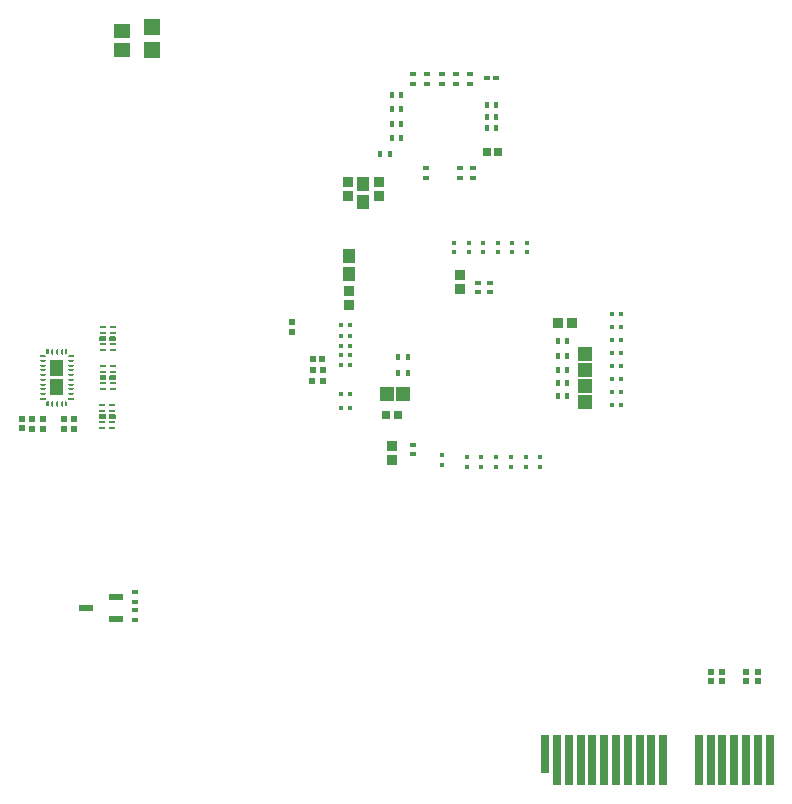
<source format=gbp>
G04*
G04 #@! TF.GenerationSoftware,Altium Limited,Altium Designer,24.6.1 (21)*
G04*
G04 Layer_Color=128*
%FSLAX44Y44*%
%MOMM*%
G71*
G04*
G04 #@! TF.SameCoordinates,8A5C2320-89B1-46AE-BF24-1CDB1CC95B2A*
G04*
G04*
G04 #@! TF.FilePolarity,Positive*
G04*
G01*
G75*
%ADD24R,0.7112X4.1910*%
%ADD35R,0.5000X0.4000*%
%ADD41R,0.5500X0.5500*%
G04:AMPARAMS|DCode=45|XSize=0.2mm|YSize=0.5mm|CornerRadius=0.05mm|HoleSize=0mm|Usage=FLASHONLY|Rotation=180.000|XOffset=0mm|YOffset=0mm|HoleType=Round|Shape=RoundedRectangle|*
%AMROUNDEDRECTD45*
21,1,0.2000,0.4000,0,0,180.0*
21,1,0.1000,0.5000,0,0,180.0*
1,1,0.1000,-0.0500,0.2000*
1,1,0.1000,0.0500,0.2000*
1,1,0.1000,0.0500,-0.2000*
1,1,0.1000,-0.0500,-0.2000*
%
%ADD45ROUNDEDRECTD45*%
G04:AMPARAMS|DCode=46|XSize=0.5mm|YSize=0.2mm|CornerRadius=0.05mm|HoleSize=0mm|Usage=FLASHONLY|Rotation=180.000|XOffset=0mm|YOffset=0mm|HoleType=Round|Shape=RoundedRectangle|*
%AMROUNDEDRECTD46*
21,1,0.5000,0.1000,0,0,180.0*
21,1,0.4000,0.2000,0,0,180.0*
1,1,0.1000,-0.2000,0.0500*
1,1,0.1000,0.2000,0.0500*
1,1,0.1000,0.2000,-0.0500*
1,1,0.1000,-0.2000,-0.0500*
%
%ADD46ROUNDEDRECTD46*%
G04:AMPARAMS|DCode=47|XSize=0.565mm|YSize=0.2mm|CornerRadius=0.05mm|HoleSize=0mm|Usage=FLASHONLY|Rotation=0.000|XOffset=0mm|YOffset=0mm|HoleType=Round|Shape=RoundedRectangle|*
%AMROUNDEDRECTD47*
21,1,0.5650,0.1000,0,0,0.0*
21,1,0.4650,0.2000,0,0,0.0*
1,1,0.1000,0.2325,-0.0500*
1,1,0.1000,-0.2325,-0.0500*
1,1,0.1000,-0.2325,0.0500*
1,1,0.1000,0.2325,0.0500*
%
%ADD47ROUNDEDRECTD47*%
%ADD50R,0.7000X0.6500*%
%ADD63R,0.9051X0.9062*%
%ADD66R,0.4500X0.4500*%
%ADD67R,0.4000X0.5000*%
%ADD69R,0.4500X0.4500*%
%ADD72R,0.6500X0.6500*%
%ADD76R,0.9062X0.9051*%
%ADD79R,0.5200X0.5200*%
%ADD82R,0.6000X0.5500*%
%ADD169R,0.7112X3.2004*%
%ADD170R,1.0582X1.3061*%
%ADD171R,1.2500X0.6000*%
%ADD172R,0.5500X0.5500*%
%ADD173R,1.3062X1.1544*%
%ADD174R,0.5500X0.6000*%
%ADD175R,0.5200X0.5200*%
%ADD176R,1.1544X1.3062*%
%ADD177R,0.5000X0.4500*%
%ADD178R,1.4621X1.3549*%
%ADD179R,1.4562X1.3046*%
%ADD180R,0.5400X0.5800*%
G36*
X92783Y348724D02*
X92924Y348583D01*
X93000Y348399D01*
Y348300D01*
Y345700D01*
Y345601D01*
X92924Y345417D01*
X92783Y345276D01*
X92599Y345200D01*
X87751D01*
X87567Y345276D01*
X87426Y345417D01*
X87350Y345601D01*
Y345700D01*
Y348300D01*
Y348399D01*
X87426Y348583D01*
X87567Y348724D01*
X87751Y348800D01*
X92599D01*
X92783Y348724D01*
D02*
G37*
G36*
X84433D02*
X84574Y348583D01*
X84650Y348399D01*
Y348300D01*
Y345700D01*
Y345601D01*
X84574Y345417D01*
X84433Y345276D01*
X84249Y345200D01*
X79401D01*
X79217Y345276D01*
X79076Y345417D01*
X79000Y345601D01*
Y345700D01*
Y348300D01*
Y348399D01*
X79076Y348583D01*
X79217Y348724D01*
X79401Y348800D01*
X84249D01*
X84433Y348724D01*
D02*
G37*
G36*
X51783Y338424D02*
X51924Y338283D01*
X52000Y338100D01*
X52000Y338000D01*
X52000Y338000D01*
Y334400D01*
X51100Y333500D01*
X50401D01*
X50217Y333576D01*
X50076Y333717D01*
X50000Y333901D01*
Y334000D01*
Y334000D01*
X50000Y338000D01*
X50000Y338099D01*
X50076Y338283D01*
X50217Y338424D01*
X50401Y338500D01*
X50500D01*
X50500Y338500D01*
X51500Y338500D01*
X51599Y338500D01*
X51783Y338424D01*
D02*
G37*
G36*
X34500Y338500D02*
X35500Y338500D01*
Y338500D01*
X35599D01*
X35783Y338424D01*
X35924Y338283D01*
X36000Y338099D01*
X36000Y338000D01*
Y334000D01*
X36000Y334000D01*
Y333901D01*
X35924Y333717D01*
X35783Y333576D01*
X35599Y333500D01*
X34900D01*
X34000Y334400D01*
Y338000D01*
X34000Y338100D01*
X34076Y338283D01*
X34217Y338424D01*
X34400Y338500D01*
X34500Y338500D01*
D02*
G37*
G36*
X57283Y332924D02*
X57424Y332783D01*
X57500Y332599D01*
X57500Y332500D01*
X57500Y331500D01*
X57500Y331500D01*
Y331401D01*
X57424Y331217D01*
X57283Y331076D01*
X57099Y331000D01*
X57000Y331000D01*
X53000D01*
X53000Y331000D01*
X52901D01*
X52717Y331076D01*
X52576Y331217D01*
X52500Y331401D01*
Y331500D01*
Y332100D01*
X53400Y333000D01*
X57000D01*
X57099Y333000D01*
X57283Y332924D01*
D02*
G37*
G36*
X29000Y333000D02*
X32600D01*
X33500Y332100D01*
X33500Y331500D01*
Y331401D01*
X33424Y331217D01*
X33283Y331076D01*
X33099Y331000D01*
X33000D01*
Y331000D01*
X29000D01*
X28901Y331000D01*
X28717Y331076D01*
X28576Y331217D01*
X28500Y331401D01*
Y331500D01*
Y331500D01*
X28500Y332500D01*
X28500Y332599D01*
X28576Y332783D01*
X28717Y332924D01*
X28900Y333000D01*
X29000Y333000D01*
D02*
G37*
G36*
X48433Y328874D02*
X48574Y328733D01*
X48650Y328549D01*
Y328450D01*
Y315550D01*
Y315451D01*
X48574Y315267D01*
X48433Y315126D01*
X48249Y315050D01*
X37750D01*
X37567Y315126D01*
X37426Y315267D01*
X37350Y315451D01*
Y315550D01*
Y328450D01*
Y328549D01*
X37426Y328733D01*
X37567Y328874D01*
X37750Y328950D01*
X48249D01*
X48433Y328874D01*
D02*
G37*
G36*
X92958Y315724D02*
X93099Y315583D01*
X93175Y315399D01*
Y315300D01*
Y312700D01*
Y312600D01*
X93099Y312417D01*
X92958Y312276D01*
X92774Y312200D01*
X87926D01*
X87742Y312276D01*
X87601Y312417D01*
X87525Y312600D01*
Y312700D01*
Y315300D01*
Y315399D01*
X87601Y315583D01*
X87742Y315724D01*
X87926Y315800D01*
X92774D01*
X92958Y315724D01*
D02*
G37*
G36*
X84608D02*
X84749Y315583D01*
X84825Y315399D01*
Y315300D01*
Y312700D01*
Y312600D01*
X84749Y312417D01*
X84608Y312276D01*
X84424Y312200D01*
X79576D01*
X79392Y312276D01*
X79251Y312417D01*
X79175Y312600D01*
Y312700D01*
Y315300D01*
Y315399D01*
X79251Y315583D01*
X79392Y315724D01*
X79576Y315800D01*
X84424D01*
X84608Y315724D01*
D02*
G37*
G36*
X48433Y312874D02*
X48574Y312733D01*
X48650Y312549D01*
Y312450D01*
Y299550D01*
Y299450D01*
X48574Y299267D01*
X48433Y299126D01*
X48249Y299050D01*
X37750D01*
X37567Y299126D01*
X37426Y299267D01*
X37350Y299450D01*
Y299550D01*
Y312450D01*
Y312549D01*
X37426Y312733D01*
X37567Y312874D01*
X37750Y312950D01*
X48249D01*
X48433Y312874D01*
D02*
G37*
G36*
X57000Y297000D02*
X57099Y297000D01*
X57283Y296924D01*
X57424Y296783D01*
X57500Y296599D01*
Y296500D01*
X57500D01*
X57500Y295500D01*
X57500Y295401D01*
X57424Y295217D01*
X57283Y295076D01*
X57099Y295000D01*
X57000Y295000D01*
X57000Y295000D01*
X53400D01*
X52500Y295900D01*
Y296500D01*
Y296599D01*
X52576Y296783D01*
X52717Y296924D01*
X52901Y297000D01*
X53000D01*
X53000Y297000D01*
X57000Y297000D01*
D02*
G37*
G36*
X33000Y297000D02*
X33099D01*
X33283Y296924D01*
X33424Y296783D01*
X33500Y296599D01*
Y296500D01*
X33500Y295900D01*
X32600Y295000D01*
X29000D01*
Y295000D01*
X28900Y295000D01*
X28717Y295076D01*
X28576Y295217D01*
X28500Y295401D01*
X28500Y295500D01*
X28500Y296500D01*
Y296599D01*
X28576Y296783D01*
X28717Y296924D01*
X28901Y297000D01*
X29000Y297000D01*
X33000Y297000D01*
Y297000D01*
D02*
G37*
G36*
X35500Y294500D02*
X35599D01*
X35783Y294424D01*
X35924Y294283D01*
X36000Y294099D01*
Y294000D01*
X36000D01*
Y290000D01*
X36000Y289900D01*
X35924Y289717D01*
X35783Y289576D01*
X35599Y289500D01*
X35500D01*
Y289500D01*
X34500Y289500D01*
X34400Y289500D01*
X34217Y289576D01*
X34076Y289717D01*
X34000Y289900D01*
X34000Y290000D01*
Y293600D01*
X34900Y294500D01*
X35500Y294500D01*
D02*
G37*
G36*
X52000Y293600D02*
Y290000D01*
X52000D01*
X52000Y289900D01*
X51924Y289717D01*
X51783Y289576D01*
X51599Y289500D01*
X51500Y289500D01*
X50500Y289500D01*
X50401D01*
X50217Y289576D01*
X50076Y289717D01*
X50000Y289901D01*
X50000Y290000D01*
X50000Y294000D01*
Y294099D01*
X50076Y294283D01*
X50217Y294424D01*
X50401Y294500D01*
X50500D01*
X51100Y294500D01*
X52000Y293600D01*
D02*
G37*
G36*
X92608Y282724D02*
X92749Y282583D01*
X92825Y282399D01*
Y282300D01*
Y279700D01*
Y279601D01*
X92749Y279417D01*
X92608Y279276D01*
X92424Y279200D01*
X87576D01*
X87392Y279276D01*
X87251Y279417D01*
X87175Y279601D01*
Y279700D01*
Y282300D01*
Y282399D01*
X87251Y282583D01*
X87392Y282724D01*
X87576Y282800D01*
X92424D01*
X92608Y282724D01*
D02*
G37*
G36*
X84258D02*
X84399Y282583D01*
X84475Y282399D01*
Y282300D01*
Y279700D01*
Y279601D01*
X84399Y279417D01*
X84258Y279276D01*
X84074Y279200D01*
X79226D01*
X79042Y279276D01*
X78901Y279417D01*
X78825Y279601D01*
Y279700D01*
Y282300D01*
Y282399D01*
X78901Y282583D01*
X79042Y282724D01*
X79226Y282800D01*
X84074D01*
X84258Y282724D01*
D02*
G37*
G36*
X35500Y294500D02*
X35599D01*
X35783Y294424D01*
X35924Y294283D01*
X36000Y294099D01*
Y294000D01*
X36000D01*
Y290000D01*
X36000Y289900D01*
X35924Y289717D01*
X35783Y289576D01*
X35599Y289500D01*
X35500D01*
Y289500D01*
X34500Y289500D01*
X34400Y289500D01*
X34217Y289576D01*
X34076Y289717D01*
X34000Y289900D01*
X34000Y290000D01*
Y293600D01*
X34900Y294500D01*
X35500Y294500D01*
D02*
G37*
G36*
X52000Y293600D02*
Y290000D01*
X52000D01*
X52000Y289900D01*
X51924Y289717D01*
X51783Y289576D01*
X51599Y289500D01*
X51500Y289500D01*
X50500Y289500D01*
X50401D01*
X50217Y289576D01*
X50076Y289717D01*
X50000Y289901D01*
X50000Y290000D01*
X50000Y294000D01*
Y294099D01*
X50076Y294283D01*
X50217Y294424D01*
X50401Y294500D01*
X50500D01*
X51100Y294500D01*
X52000Y293600D01*
D02*
G37*
G36*
X34500Y338500D02*
X35500Y338500D01*
Y338500D01*
X35599D01*
X35783Y338424D01*
X35924Y338283D01*
X36000Y338099D01*
X36000Y338000D01*
Y334000D01*
X36000Y334000D01*
Y333901D01*
X35924Y333717D01*
X35783Y333576D01*
X35599Y333500D01*
X34900D01*
X34000Y334400D01*
Y338000D01*
X34000Y338100D01*
X34076Y338283D01*
X34217Y338424D01*
X34400Y338500D01*
X34500Y338500D01*
D02*
G37*
G36*
X51783Y338424D02*
X51924Y338283D01*
X52000Y338100D01*
X52000Y338000D01*
X52000Y338000D01*
Y334400D01*
X51100Y333500D01*
X50401D01*
X50217Y333576D01*
X50076Y333717D01*
X50000Y333901D01*
Y334000D01*
Y334000D01*
X50000Y338000D01*
X50000Y338099D01*
X50076Y338283D01*
X50217Y338424D01*
X50401Y338500D01*
X50500D01*
X50500Y338500D01*
X51500Y338500D01*
X51599Y338500D01*
X51783Y338424D01*
D02*
G37*
G36*
X33000Y297000D02*
X33099D01*
X33283Y296924D01*
X33424Y296783D01*
X33500Y296599D01*
Y296500D01*
X33500Y295900D01*
X32600Y295000D01*
X29000D01*
Y295000D01*
X28900Y295000D01*
X28717Y295076D01*
X28576Y295217D01*
X28500Y295401D01*
X28500Y295500D01*
X28500Y296500D01*
Y296599D01*
X28576Y296783D01*
X28717Y296924D01*
X28901Y297000D01*
X29000Y297000D01*
X33000Y297000D01*
Y297000D01*
D02*
G37*
G36*
X29000Y333000D02*
X32600D01*
X33500Y332100D01*
X33500Y331500D01*
Y331401D01*
X33424Y331217D01*
X33283Y331076D01*
X33099Y331000D01*
X33000D01*
Y331000D01*
X29000D01*
X28901Y331000D01*
X28717Y331076D01*
X28576Y331217D01*
X28500Y331401D01*
Y331500D01*
Y331500D01*
X28500Y332500D01*
X28500Y332599D01*
X28576Y332783D01*
X28717Y332924D01*
X28900Y333000D01*
X29000Y333000D01*
D02*
G37*
G36*
X57000Y297000D02*
X57099Y297000D01*
X57283Y296924D01*
X57424Y296783D01*
X57500Y296599D01*
Y296500D01*
X57500D01*
X57500Y295500D01*
X57500Y295401D01*
X57424Y295217D01*
X57283Y295076D01*
X57099Y295000D01*
X57000Y295000D01*
X57000Y295000D01*
X53400D01*
X52500Y295900D01*
Y296500D01*
Y296599D01*
X52576Y296783D01*
X52717Y296924D01*
X52901Y297000D01*
X53000D01*
X53000Y297000D01*
X57000Y297000D01*
D02*
G37*
G36*
X57283Y332924D02*
X57424Y332783D01*
X57500Y332599D01*
X57500Y332500D01*
X57500Y331500D01*
X57500Y331500D01*
Y331401D01*
X57424Y331217D01*
X57283Y331076D01*
X57099Y331000D01*
X57000Y331000D01*
X53000D01*
X53000Y331000D01*
X52901D01*
X52717Y331076D01*
X52576Y331217D01*
X52500Y331401D01*
Y331500D01*
Y332100D01*
X53400Y333000D01*
X57000D01*
X57099Y333000D01*
X57283Y332924D01*
D02*
G37*
G54D24*
X496514Y-9906D02*
D03*
X506514D02*
D03*
X516514D02*
D03*
X526514D02*
D03*
X626514D02*
D03*
X636514D02*
D03*
X596514D02*
D03*
X606514D02*
D03*
X556514D02*
D03*
X486514D02*
D03*
X616514D02*
D03*
X586514D02*
D03*
X646514D02*
D03*
X466514D02*
D03*
X476514D02*
D03*
X546514D02*
D03*
X536514D02*
D03*
G54D35*
X109500Y132000D02*
D03*
Y124000D02*
D03*
Y109000D02*
D03*
Y117000D02*
D03*
X392750Y570750D02*
D03*
X368750D02*
D03*
X384000Y483000D02*
D03*
X356500Y570750D02*
D03*
X400000Y386000D02*
D03*
X392750Y562750D02*
D03*
X380750D02*
D03*
X368750D02*
D03*
X356500D02*
D03*
X356000Y491000D02*
D03*
X410000Y394000D02*
D03*
X395000Y491000D02*
D03*
X400000Y394000D02*
D03*
X384000Y491000D02*
D03*
X344500Y562750D02*
D03*
X345000Y249000D02*
D03*
X410000Y386000D02*
D03*
X345000Y257000D02*
D03*
X380750Y570750D02*
D03*
X395000Y483000D02*
D03*
X344500Y570750D02*
D03*
X356000Y483000D02*
D03*
G54D41*
X242000Y352250D02*
D03*
Y361250D02*
D03*
X48750Y279250D02*
D03*
Y270250D02*
D03*
X57750Y279250D02*
D03*
Y270250D02*
D03*
X31250Y279250D02*
D03*
Y270250D02*
D03*
G54D45*
X39000Y336000D02*
D03*
X43000D02*
D03*
X47000D02*
D03*
Y292000D02*
D03*
X43000D02*
D03*
X39000D02*
D03*
G54D46*
X31000Y300000D02*
D03*
Y304000D02*
D03*
Y308000D02*
D03*
Y312000D02*
D03*
Y316000D02*
D03*
Y320000D02*
D03*
Y324000D02*
D03*
Y328000D02*
D03*
X55000D02*
D03*
Y324000D02*
D03*
Y320000D02*
D03*
Y316000D02*
D03*
Y312000D02*
D03*
Y308000D02*
D03*
Y304000D02*
D03*
Y300000D02*
D03*
G54D47*
X81650Y291000D02*
D03*
X90000D02*
D03*
X81650Y286000D02*
D03*
X90000D02*
D03*
X81650Y276000D02*
D03*
X90000D02*
D03*
X81650Y271000D02*
D03*
X90000D02*
D03*
X81825Y357000D02*
D03*
X90175D02*
D03*
X81825Y352000D02*
D03*
X90175D02*
D03*
Y342000D02*
D03*
X81825D02*
D03*
X90175Y337000D02*
D03*
X81825D02*
D03*
X90350Y319000D02*
D03*
X82000D02*
D03*
Y309000D02*
D03*
X90350D02*
D03*
Y304000D02*
D03*
X82000D02*
D03*
Y324000D02*
D03*
X90350D02*
D03*
G54D50*
X407250Y505000D02*
D03*
X416750D02*
D03*
G54D63*
X466994Y360000D02*
D03*
X479006D02*
D03*
G54D66*
X452500Y246500D02*
D03*
Y238500D02*
D03*
X440000Y246500D02*
D03*
Y238500D02*
D03*
X427500Y246500D02*
D03*
Y238500D02*
D03*
X415000Y246500D02*
D03*
Y238500D02*
D03*
X402500Y246500D02*
D03*
Y238500D02*
D03*
X390000Y246500D02*
D03*
Y238500D02*
D03*
X369000Y248000D02*
D03*
Y240000D02*
D03*
X441000Y428000D02*
D03*
X428454D02*
D03*
X416727D02*
D03*
X391909D02*
D03*
X404182D02*
D03*
X379636D02*
D03*
X441000Y420000D02*
D03*
X416727D02*
D03*
X428454D02*
D03*
X404182D02*
D03*
X391909D02*
D03*
X379636D02*
D03*
G54D67*
X415000Y535000D02*
D03*
X407000D02*
D03*
X415000Y525000D02*
D03*
X326500Y553000D02*
D03*
Y528750D02*
D03*
Y517000D02*
D03*
X467000Y345000D02*
D03*
Y320000D02*
D03*
Y309000D02*
D03*
X475000D02*
D03*
Y345000D02*
D03*
Y320000D02*
D03*
Y332000D02*
D03*
X467000Y298000D02*
D03*
X407000Y545000D02*
D03*
Y525000D02*
D03*
X334500Y553000D02*
D03*
Y541000D02*
D03*
Y528750D02*
D03*
X325000Y503000D02*
D03*
X334500Y517000D02*
D03*
X332000Y318000D02*
D03*
Y331000D02*
D03*
X340000Y318000D02*
D03*
Y331000D02*
D03*
X467000Y332000D02*
D03*
X415000Y545000D02*
D03*
X326500Y541000D02*
D03*
X317000Y503000D02*
D03*
X475000Y298000D02*
D03*
G54D69*
X513000Y368000D02*
D03*
X521000D02*
D03*
X283250Y324750D02*
D03*
X283250Y332818D02*
D03*
X283500Y340750D02*
D03*
X521000Y291000D02*
D03*
Y302000D02*
D03*
X283250Y348887D02*
D03*
Y358409D02*
D03*
X521000Y357000D02*
D03*
Y346000D02*
D03*
Y313000D02*
D03*
Y324000D02*
D03*
X521000Y335000D02*
D03*
X283500Y300000D02*
D03*
X283500Y288000D02*
D03*
X291500D02*
D03*
X291250Y348887D02*
D03*
Y358409D02*
D03*
X291250Y332818D02*
D03*
X291250Y324750D02*
D03*
X291500Y340750D02*
D03*
Y300000D02*
D03*
X513000Y302000D02*
D03*
Y346000D02*
D03*
Y357000D02*
D03*
Y313000D02*
D03*
Y324000D02*
D03*
X513000Y335000D02*
D03*
X513000Y291000D02*
D03*
G54D72*
X322000Y282000D02*
D03*
X332000D02*
D03*
G54D76*
X327000Y256006D02*
D03*
Y243994D02*
D03*
X290000Y387006D02*
D03*
Y374994D02*
D03*
X289500Y467494D02*
D03*
Y479506D02*
D03*
X315500D02*
D03*
Y467494D02*
D03*
X384000Y388994D02*
D03*
Y401006D02*
D03*
G54D79*
X259750Y329750D02*
D03*
X267750D02*
D03*
G54D82*
X259500Y320000D02*
D03*
X268000D02*
D03*
G54D169*
X456514Y-4953D02*
D03*
G54D170*
X290000Y401239D02*
D03*
Y416761D02*
D03*
X302500Y462500D02*
D03*
Y478022D02*
D03*
G54D171*
X93000Y128520D02*
D03*
Y109480D02*
D03*
X68000Y119000D02*
D03*
G54D172*
X259250Y311000D02*
D03*
X268250D02*
D03*
G54D173*
X490000Y307000D02*
D03*
Y293482D02*
D03*
Y320241D02*
D03*
Y333759D02*
D03*
G54D174*
X22000Y270500D02*
D03*
Y279000D02*
D03*
G54D175*
X13500Y271000D02*
D03*
Y279000D02*
D03*
G54D176*
X322241Y300000D02*
D03*
X335759D02*
D03*
G54D177*
X407000Y568000D02*
D03*
X414500D02*
D03*
G54D178*
X123500Y610756D02*
D03*
Y591244D02*
D03*
G54D179*
X98500Y607308D02*
D03*
Y591192D02*
D03*
G54D180*
X606514Y64900D02*
D03*
X596514D02*
D03*
X606514Y57100D02*
D03*
X596514D02*
D03*
X636514D02*
D03*
X626514D02*
D03*
X636514Y64900D02*
D03*
X626514D02*
D03*
M02*

</source>
